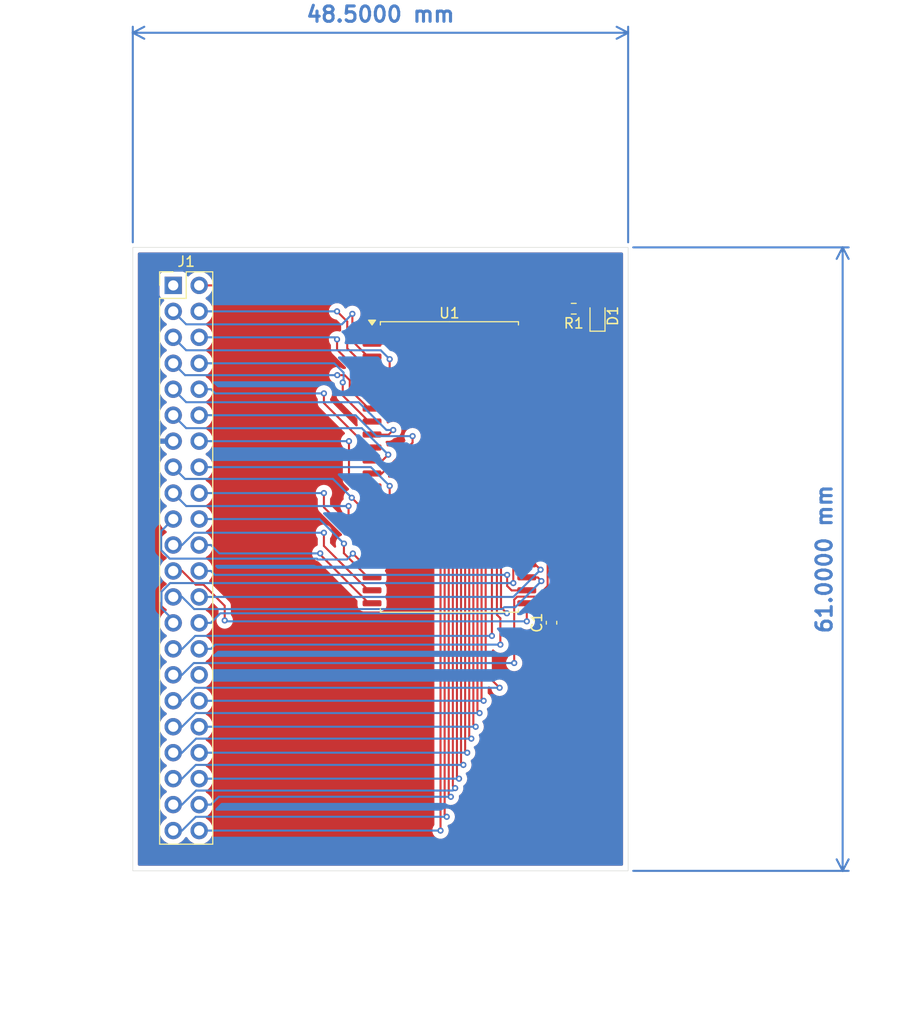
<source format=kicad_pcb>
(kicad_pcb (version 20240108) (generator "pcbnew") (generator_version "8.0")
  (layers (0 "F.Cu" signal) (31 "B.Cu" signal) (34 "B.Paste" user) (35 "F.Paste" user) (36 "B.SilkS" user "B.Silkscreen") (37 "F.SilkS" user "F.Silkscreen") (38 "B.Mask" user) (39 "F.Mask" user) (44 "Edge.Cuts" user))
  (net 0 "")
  (net 1 "GND")
  (net 2 "Net-(J1-Pin_23)")
  (net 3 "Net-(J1-Pin_30)")
  (net 4 "Net-(J1-Pin_44)")
  (net 5 "Net-(J1-Pin_26)")
  (net 6 "Net-(J1-Pin_15)")
  (net 7 "Net-(J1-Pin_42)")
  (net 8 "Net-(J1-Pin_35)")
  (net 9 "Net-(J1-Pin_22)")
  (net 10 "Net-(J1-Pin_37)")
  (net 11 "Net-(J1-Pin_25)")
  (net 12 "Net-(J1-Pin_39)")
  (net 13 "Net-(J1-Pin_40)")
  (net 14 "Net-(J1-Pin_33)")
  (net 15 "Net-(J1-Pin_7)")
  (net 16 "Net-(J1-Pin_16)")
  (net 17 "Net-(J1-Pin_38)")
  (net 19 "Net-(J1-Pin_21)")
  (net 20 "Net-(J1-Pin_8)")
  (net 21 "Net-(J1-Pin_14)")
  (net 22 "Net-(J1-Pin_19)")
  (net 23 "Net-(J1-Pin_17)")
  (net 24 "Net-(J1-Pin_2)")
  (net 25 "Net-(J1-Pin_43)")
  (net 26 "Net-(J1-Pin_5)")
  (net 27 "Net-(J1-Pin_20)")
  (net 28 "Net-(J1-Pin_18)")
  (net 29 "Net-(J1-Pin_11)")
  (net 30 "Net-(J1-Pin_3)")
  (net 31 "Net-(J1-Pin_34)")
  (net 32 "Net-(J1-Pin_36)")
  (net 33 "Net-(J1-Pin_4)")
  (net 34 "Net-(J1-Pin_27)")
  (net 35 "Net-(J1-Pin_31)")
  (net 36 "Net-(J1-Pin_12)")
  (net 37 "Net-(J1-Pin_41)")
  (net 38 "Net-(J1-Pin_10)")
  (net 39 "Net-(J1-Pin_24)")
  (net 40 "Net-(J1-Pin_29)")
  (net 41 "Net-(J1-Pin_6)")
  (net 42 "Net-(J1-Pin_28)")
  (net 43 "Net-(J1-Pin_9)")
  (net 44 "Net-(D1-A)")
  (footprint "Connector_PinHeader_2.54mm:PinHeader_2x22_P2.54mm_Vertical" (layer "F.Cu") (at 3.96 -0.78)
    (property "Reference" "J1" (at 1.27 -2.33 0) (layer "F.SilkS"))
    (property "Value" "Conn_02x22_Top_Bottom")
    (fp_line (start -1.33 -1.33) (end 0 -1.33) (stroke (width 0.12)) (layer "F.SilkS"))
    (fp_line (start -1.33 0) (end -1.33 -1.33) (stroke (width 0.12)) (layer "F.SilkS"))
    (fp_line (start -1.33 1.27) (end -1.33 54.67) (stroke (width 0.12)) (layer "F.SilkS"))
    (fp_line (start -1.33 1.27) (end 1.27 1.27) (stroke (width 0.12)) (layer "F.SilkS"))
    (fp_line (start -1.33 54.67) (end 3.87 54.67) (stroke (width 0.12)) (layer "F.SilkS"))
    (fp_line (start 1.27 -1.33) (end 3.87 -1.33) (stroke (width 0.12)) (layer "F.SilkS"))
    (fp_line (start 1.27 1.27) (end 1.27 -1.33) (stroke (width 0.12)) (layer "F.SilkS"))
    (fp_line (start 3.87 -1.33) (end 3.87 54.67) (stroke (width 0.12)) (layer "F.SilkS"))
    (pad "1" thru_hole rect (at 0 0) (size 1.7 1.7) (drill 1) (layers "*.Cu" "*.Mask"))
    (pad "2" thru_hole oval (at 2.54 0) (size 1.7 1.7) (drill 1) (layers "*.Cu" "*.Mask") (net 24 "Net-(J1-Pin_2)"))
    (pad "3" thru_hole oval (at 0 2.54) (size 1.7 1.7) (drill 1) (layers "*.Cu" "*.Mask") (net 30 "Net-(J1-Pin_3)"))
    (pad "4" thru_hole oval (at 2.54 2.54) (size 1.7 1.7) (drill 1) (layers "*.Cu" "*.Mask") (net 33 "Net-(J1-Pin_4)"))
    (pad "5" thru_hole oval (at 0 5.08) (size 1.7 1.7) (drill 1) (layers "*.Cu" "*.Mask") (net 26 "Net-(J1-Pin_5)"))
    (pad "6" thru_hole oval (at 2.54 5.08) (size 1.7 1.7) (drill 1) (layers "*.Cu" "*.Mask") (net 41 "Net-(J1-Pin_6)"))
    (pad "7" thru_hole oval (at 0 7.62) (size 1.7 1.7) (drill 1) (layers "*.Cu" "*.Mask") (net 15 "Net-(J1-Pin_7)"))
    (pad "8" thru_hole oval (at 2.54 7.62) (size 1.7 1.7) (drill 1) (layers "*.Cu" "*.Mask") (net 20 "Net-(J1-Pin_8)"))
    (pad "9" thru_hole oval (at 0 10.16) (size 1.7 1.7) (drill 1) (layers "*.Cu" "*.Mask") (net 43 "Net-(J1-Pin_9)"))
    (pad "10" thru_hole oval (at 2.54 10.16) (size 1.7 1.7) (drill 1) (layers "*.Cu" "*.Mask") (net 38 "Net-(J1-Pin_10)"))
    (pad "11" thru_hole oval (at 0 12.7) (size 1.7 1.7) (drill 1) (layers "*.Cu" "*.Mask") (net 29 "Net-(J1-Pin_11)"))
    (pad "12" thru_hole oval (at 2.54 12.7) (size 1.7 1.7) (drill 1) (layers "*.Cu" "*.Mask") (net 36 "Net-(J1-Pin_12)"))
    (pad "13" thru_hole oval (at 0 15.24) (size 1.7 1.7) (drill 1) (layers "*.Cu" "*.Mask") (net 1 "GND"))
    (pad "14" thru_hole oval (at 2.54 15.24) (size 1.7 1.7) (drill 1) (layers "*.Cu" "*.Mask") (net 21 "Net-(J1-Pin_14)"))
    (pad "15" thru_hole oval (at 0 17.78) (size 1.7 1.7) (drill 1) (layers "*.Cu" "*.Mask") (net 6 "Net-(J1-Pin_15)"))
    (pad "16" thru_hole oval (at 2.54 17.78) (size 1.7 1.7) (drill 1) (layers "*.Cu" "*.Mask") (net 16 "Net-(J1-Pin_16)"))
    (pad "17" thru_hole oval (at 0 20.32) (size 1.7 1.7) (drill 1) (layers "*.Cu" "*.Mask") (net 23 "Net-(J1-Pin_17)"))
    (pad "18" thru_hole oval (at 2.54 20.32) (size 1.7 1.7) (drill 1) (layers "*.Cu" "*.Mask") (net 28 "Net-(J1-Pin_18)"))
    (pad "19" thru_hole oval (at 0 22.86) (size 1.7 1.7) (drill 1) (layers "*.Cu" "*.Mask") (net 22 "Net-(J1-Pin_19)"))
    (pad "20" thru_hole oval (at 2.54 22.86) (size 1.7 1.7) (drill 1) (layers "*.Cu" "*.Mask") (net 27 "Net-(J1-Pin_20)"))
    (pad "21" thru_hole oval (at 0 25.4) (size 1.7 1.7) (drill 1) (layers "*.Cu" "*.Mask") (net 19 "Net-(J1-Pin_21)"))
    (pad "22" thru_hole oval (at 2.54 25.4) (size 1.7 1.7) (drill 1) (layers "*.Cu" "*.Mask") (net 9 "Net-(J1-Pin_22)"))
    (pad "23" thru_hole oval (at 0 27.94) (size 1.7 1.7) (drill 1) (layers "*.Cu" "*.Mask") (net 2 "Net-(J1-Pin_23)"))
    (pad "24" thru_hole oval (at 2.54 27.94) (size 1.7 1.7) (drill 1) (layers "*.Cu" "*.Mask") (net 39 "Net-(J1-Pin_24)"))
    (pad "25" thru_hole oval (at 0 30.48) (size 1.7 1.7) (drill 1) (layers "*.Cu" "*.Mask") (net 11 "Net-(J1-Pin_25)"))
    (pad "26" thru_hole oval (at 2.54 30.48) (size 1.7 1.7) (drill 1) (layers "*.Cu" "*.Mask") (net 5 "Net-(J1-Pin_26)"))
    (pad "27" thru_hole oval (at 0 33.02) (size 1.7 1.7) (drill 1) (layers "*.Cu" "*.Mask") (net 34 "Net-(J1-Pin_27)"))
    (pad "28" thru_hole oval (at 2.54 33.02) (size 1.7 1.7) (drill 1) (layers "*.Cu" "*.Mask") (net 42 "Net-(J1-Pin_28)"))
    (pad "29" thru_hole oval (at 0 35.56) (size 1.7 1.7) (drill 1) (layers "*.Cu" "*.Mask") (net 40 "Net-(J1-Pin_29)"))
    (pad "30" thru_hole oval (at 2.54 35.56) (size 1.7 1.7) (drill 1) (layers "*.Cu" "*.Mask") (net 3 "Net-(J1-Pin_30)"))
    (pad "31" thru_hole oval (at 0 38.1) (size 1.7 1.7) (drill 1) (layers "*.Cu" "*.Mask") (net 35 "Net-(J1-Pin_31)"))
    (pad "32" thru_hole oval (at 2.54 38.1) (size 1.7 1.7) (drill 1) (layers "*.Cu" "*.Mask"))
    (pad "33" thru_hole oval (at 0 40.64) (size 1.7 1.7) (drill 1) (layers "*.Cu" "*.Mask") (net 14 "Net-(J1-Pin_33)"))
    (pad "34" thru_hole oval (at 2.54 40.64) (size 1.7 1.7) (drill 1) (layers "*.Cu" "*.Mask") (net 31 "Net-(J1-Pin_34)"))
    (pad "35" thru_hole oval (at 0 43.18) (size 1.7 1.7) (drill 1) (layers "*.Cu" "*.Mask") (net 8 "Net-(J1-Pin_35)"))
    (pad "36" thru_hole oval (at 2.54 43.18) (size 1.7 1.7) (drill 1) (layers "*.Cu" "*.Mask") (net 32 "Net-(J1-Pin_36)"))
    (pad "37" thru_hole oval (at 0 45.72) (size 1.7 1.7) (drill 1) (layers "*.Cu" "*.Mask") (net 10 "Net-(J1-Pin_37)"))
    (pad "38" thru_hole oval (at 2.54 45.72) (size 1.7 1.7) (drill 1) (layers "*.Cu" "*.Mask") (net 17 "Net-(J1-Pin_38)"))
    (pad "39" thru_hole oval (at 0 48.26) (size 1.7 1.7) (drill 1) (layers "*.Cu" "*.Mask") (net 12 "Net-(J1-Pin_39)"))
    (pad "40" thru_hole oval (at 2.54 48.26) (size 1.7 1.7) (drill 1) (layers "*.Cu" "*.Mask") (net 13 "Net-(J1-Pin_40)"))
    (pad "41" thru_hole oval (at 0 50.8) (size 1.7 1.7) (drill 1) (layers "*.Cu" "*.Mask") (net 37 "Net-(J1-Pin_41)"))
    (pad "42" thru_hole oval (at 2.54 50.8) (size 1.7 1.7) (drill 1) (layers "*.Cu" "*.Mask") (net 7 "Net-(J1-Pin_42)"))
    (pad "43" thru_hole oval (at 0 53.34) (size 1.7 1.7) (drill 1) (layers "*.Cu" "*.Mask") (net 25 "Net-(J1-Pin_43)"))
    (pad "44" thru_hole oval (at 2.54 53.34) (size 1.7 1.7) (drill 1) (layers "*.Cu" "*.Mask") (net 4 "Net-(J1-Pin_44)"))
  )
  (footprint "LED_SMD:LED_0603_1608Metric" (layer "F.Cu") (at 45.5 2.2125 90)
    (property "Reference" "D1" (at 0 1.5 90) (layer "F.SilkS"))
    (property "Value" "LED")
    (fp_line (start 0.8 -0.735) (end -1.485 -0.735) (stroke (width 0.12)) (layer "F.SilkS"))
    (fp_line (start -1.485 -0.735) (end -1.485 0.735) (stroke (width 0.12)) (layer "F.SilkS"))
    (fp_line (start -1.485 0.735) (end 0.8 0.735) (stroke (width 0.12)) (layer "F.SilkS"))
    (pad "1" smd roundrect (at -0.7875 0 90) (size 0.875 0.95) (layers "F.Cu" "F.Paste" "F.Mask") (net 1 "GND"))
    (pad "2" smd roundrect (at 0.7875 0 90) (size 0.875 0.95) (layers "F.Cu" "F.Paste" "F.Mask") (net 44 "Net-(D1-A)"))
  )
  (footprint "Capacitor_SMD:C_0603_1608Metric" (layer "F.Cu") (at 41 32.225 90)
    (property "Reference" "C1" (at 0 -1.43 90) (layer "F.SilkS"))
    (property "Value" "1u")
    (fp_line (start -0.14058 -0.51) (end 0.14058 -0.51) (stroke (width 0.12)) (layer "F.SilkS"))
    (fp_line (start -0.14058 0.51) (end 0.14058 0.51) (stroke (width 0.12)) (layer "F.SilkS"))
    (pad "1" smd roundrect (at -0.775 0 90) (size 0.9 0.95) (layers "F.Cu" "F.Paste" "F.Mask") (net 1 "GND"))
    (pad "2" smd roundrect (at 0.775 0 90) (size 0.9 0.95) (layers "F.Cu" "F.Paste" "F.Mask") (net 2 "Net-(J1-Pin_23)"))
  )
  (footprint "Resistor_SMD:R_0603_1608Metric" (layer "F.Cu") (at 43.175 1.5 180)
    (property "Reference" "R1" (at 0 -1.43 0) (layer "F.SilkS"))
    (property "Value" "10k")
    (fp_line (start -0.237258 0.5225) (end 0.237258 0.5225) (stroke (width 0.12)) (layer "F.SilkS"))
    (fp_line (start -0.237258 -0.5225) (end 0.237258 -0.5225) (stroke (width 0.12)) (layer "F.SilkS"))
    (pad "1" smd roundrect (at -0.825 0 180) (size 0.8 0.95) (layers "F.Cu" "F.Paste" "F.Mask") (net 44 "Net-(D1-A)"))
    (pad "2" smd roundrect (at 0.825 0 180) (size 0.8 0.95) (layers "F.Cu" "F.Paste" "F.Mask") (net 2 "Net-(J1-Pin_23)"))
  )
  (footprint "Package_SO:SOP-44_13.3x28.2mm_P1.27mm" (layer "F.Cu") (at 31 16.985)
    (property "Reference" "U1" (at 0 -15.05 0) (layer "F.SilkS"))
    (property "Value" "AM29F400Bx-xxSx")
    (fp_line (start -6.76 -14.21) (end -6.76 -13.895) (stroke (width 0.12)) (layer "F.SilkS"))
    (fp_line (start -6.76 14.21) (end -6.76 13.895) (stroke (width 0.12)) (layer "F.SilkS"))
    (fp_line (start 0 -14.21) (end -6.76 -14.21) (stroke (width 0.12)) (layer "F.SilkS"))
    (fp_line (start 0 -14.21) (end 6.76 -14.21) (stroke (width 0.12)) (layer "F.SilkS"))
    (fp_line (start 0 14.21) (end -6.76 14.21) (stroke (width 0.12)) (layer "F.SilkS"))
    (fp_line (start 0 14.21) (end 6.76 14.21) (stroke (width 0.12)) (layer "F.SilkS"))
    (fp_line (start 6.76 -14.21) (end 6.76 -13.895) (stroke (width 0.12)) (layer "F.SilkS"))
    (fp_line (start 6.76 14.21) (end 6.76 13.895) (stroke (width 0.12)) (layer "F.SilkS"))
    (fp_poly (pts (xy -7.575 -13.895) (xy -7.915 -14.365) (xy -7.235 -14.365) (xy -7.575 -13.895)) (stroke (width 0.12)) (fill solid) (layer "F.SilkS"))
    (pad "1" smd roundrect (at -7.575 -13.335) (size 1.85 0.6) (layers "F.Cu" "F.Paste" "F.Mask"))
    (pad "2" smd roundrect (at -7.575 -12.065) (size 1.85 0.6) (layers "F.Cu" "F.Paste" "F.Mask") (net 24 "Net-(J1-Pin_2)"))
    (pad "3" smd roundrect (at -7.575 -10.795) (size 1.85 0.6) (layers "F.Cu" "F.Paste" "F.Mask") (net 30 "Net-(J1-Pin_3)"))
    (pad "4" smd roundrect (at -7.575 -9.525) (size 1.85 0.6) (layers "F.Cu" "F.Paste" "F.Mask") (net 33 "Net-(J1-Pin_4)"))
    (pad "5" smd roundrect (at -7.575 -8.255) (size 1.85 0.6) (layers "F.Cu" "F.Paste" "F.Mask") (net 26 "Net-(J1-Pin_5)"))
    (pad "6" smd roundrect (at -7.575 -6.985) (size 1.85 0.6) (layers "F.Cu" "F.Paste" "F.Mask") (net 41 "Net-(J1-Pin_6)"))
    (pad "7" smd roundrect (at -7.575 -5.715) (size 1.85 0.6) (layers "F.Cu" "F.Paste" "F.Mask") (net 15 "Net-(J1-Pin_7)"))
    (pad "8" smd roundrect (at -7.575 -4.445) (size 1.85 0.6) (layers "F.Cu" "F.Paste" "F.Mask") (net 20 "Net-(J1-Pin_8)"))
    (pad "9" smd roundrect (at -7.575 -3.175) (size 1.85 0.6) (layers "F.Cu" "F.Paste" "F.Mask") (net 43 "Net-(J1-Pin_9)"))
    (pad "10" smd roundrect (at -7.575 -1.905) (size 1.85 0.6) (layers "F.Cu" "F.Paste" "F.Mask") (net 38 "Net-(J1-Pin_10)"))
    (pad "11" smd roundrect (at -7.575 -0.635) (size 1.85 0.6) (layers "F.Cu" "F.Paste" "F.Mask") (net 29 "Net-(J1-Pin_11)"))
    (pad "12" smd roundrect (at -7.575 0.635) (size 1.85 0.6) (layers "F.Cu" "F.Paste" "F.Mask") (net 36 "Net-(J1-Pin_12)"))
    (pad "13" smd roundrect (at -7.575 1.905) (size 1.85 0.6) (layers "F.Cu" "F.Paste" "F.Mask") (net 1 "GND"))
    (pad "14" smd roundrect (at -7.575 3.175) (size 1.85 0.6) (layers "F.Cu" "F.Paste" "F.Mask") (net 21 "Net-(J1-Pin_14)"))
    (pad "15" smd roundrect (at -7.575 4.445) (size 1.85 0.6) (layers "F.Cu" "F.Paste" "F.Mask") (net 6 "Net-(J1-Pin_15)"))
    (pad "16" smd roundrect (at -7.575 5.715) (size 1.85 0.6) (layers "F.Cu" "F.Paste" "F.Mask") (net 16 "Net-(J1-Pin_16)"))
    (pad "17" smd roundrect (at -7.575 6.985) (size 1.85 0.6) (layers "F.Cu" "F.Paste" "F.Mask") (net 23 "Net-(J1-Pin_17)"))
    (pad "18" smd roundrect (at -7.575 8.255) (size 1.85 0.6) (layers "F.Cu" "F.Paste" "F.Mask") (net 28 "Net-(J1-Pin_18)"))
    (pad "19" smd roundrect (at -7.575 9.525) (size 1.85 0.6) (layers "F.Cu" "F.Paste" "F.Mask") (net 22 "Net-(J1-Pin_19)"))
    (pad "20" smd roundrect (at -7.575 10.795) (size 1.85 0.6) (layers "F.Cu" "F.Paste" "F.Mask") (net 27 "Net-(J1-Pin_20)"))
    (pad "21" smd roundrect (at -7.575 12.065) (size 1.85 0.6) (layers "F.Cu" "F.Paste" "F.Mask") (net 19 "Net-(J1-Pin_21)"))
    (pad "22" smd roundrect (at -7.575 13.335) (size 1.85 0.6) (layers "F.Cu" "F.Paste" "F.Mask") (net 9 "Net-(J1-Pin_22)"))
    (pad "23" smd roundrect (at 7.575 13.335) (size 1.85 0.6) (layers "F.Cu" "F.Paste" "F.Mask") (net 2 "Net-(J1-Pin_23)"))
    (pad "24" smd roundrect (at 7.575 12.065) (size 1.85 0.6) (layers "F.Cu" "F.Paste" "F.Mask") (net 39 "Net-(J1-Pin_24)"))
    (pad "25" smd roundrect (at 7.575 10.795) (size 1.85 0.6) (layers "F.Cu" "F.Paste" "F.Mask") (net 11 "Net-(J1-Pin_25)"))
    (pad "26" smd roundrect (at 7.575 9.525) (size 1.85 0.6) (layers "F.Cu" "F.Paste" "F.Mask") (net 5 "Net-(J1-Pin_26)"))
    (pad "27" smd roundrect (at 7.575 8.255) (size 1.85 0.6) (layers "F.Cu" "F.Paste" "F.Mask") (net 34 "Net-(J1-Pin_27)"))
    (pad "28" smd roundrect (at 7.575 6.985) (size 1.85 0.6) (layers "F.Cu" "F.Paste" "F.Mask") (net 42 "Net-(J1-Pin_28)"))
    (pad "29" smd roundrect (at 7.575 5.715) (size 1.85 0.6) (layers "F.Cu" "F.Paste" "F.Mask") (net 40 "Net-(J1-Pin_29)"))
    (pad "30" smd roundrect (at 7.575 4.445) (size 1.85 0.6) (layers "F.Cu" "F.Paste" "F.Mask") (net 3 "Net-(J1-Pin_30)"))
    (pad "31" smd roundrect (at 7.575 3.175) (size 1.85 0.6) (layers "F.Cu" "F.Paste" "F.Mask") (net 35 "Net-(J1-Pin_31)"))
    (pad "32" smd roundrect (at 7.575 1.905) (size 1.85 0.6) (layers "F.Cu" "F.Paste" "F.Mask") (net 1 "GND"))
    (pad "33" smd roundrect (at 7.575 0.635) (size 1.85 0.6) (layers "F.Cu" "F.Paste" "F.Mask") (net 14 "Net-(J1-Pin_33)"))
    (pad "34" smd roundrect (at 7.575 -0.635) (size 1.85 0.6) (layers "F.Cu" "F.Paste" "F.Mask") (net 31 "Net-(J1-Pin_34)"))
    (pad "35" smd roundrect (at 7.575 -1.905) (size 1.85 0.6) (layers "F.Cu" "F.Paste" "F.Mask") (net 8 "Net-(J1-Pin_35)"))
    (pad "36" smd roundrect (at 7.575 -3.175) (size 1.85 0.6) (layers "F.Cu" "F.Paste" "F.Mask") (net 32 "Net-(J1-Pin_36)"))
    (pad "37" smd roundrect (at 7.575 -4.445) (size 1.85 0.6) (layers "F.Cu" "F.Paste" "F.Mask") (net 10 "Net-(J1-Pin_37)"))
    (pad "38" smd roundrect (at 7.575 -5.715) (size 1.85 0.6) (layers "F.Cu" "F.Paste" "F.Mask") (net 17 "Net-(J1-Pin_38)"))
    (pad "39" smd roundrect (at 7.575 -6.985) (size 1.85 0.6) (layers "F.Cu" "F.Paste" "F.Mask") (net 12 "Net-(J1-Pin_39)"))
    (pad "40" smd roundrect (at 7.575 -8.255) (size 1.85 0.6) (layers "F.Cu" "F.Paste" "F.Mask") (net 13 "Net-(J1-Pin_40)"))
    (pad "41" smd roundrect (at 7.575 -9.525) (size 1.85 0.6) (layers "F.Cu" "F.Paste" "F.Mask") (net 37 "Net-(J1-Pin_41)"))
    (pad "42" smd roundrect (at 7.575 -10.795) (size 1.85 0.6) (layers "F.Cu" "F.Paste" "F.Mask") (net 7 "Net-(J1-Pin_42)"))
    (pad "43" smd roundrect (at 7.575 -12.065) (size 1.85 0.6) (layers "F.Cu" "F.Paste" "F.Mask") (net 25 "Net-(J1-Pin_43)"))
    (pad "44" smd roundrect (at 7.575 -13.335) (size 1.85 0.6) (layers "F.Cu" "F.Paste" "F.Mask") (net 4 "Net-(J1-Pin_44)"))
  )
  (gr_rect (start 0 -4.5) (end 48.5 56.5) (stroke (width 0.05)) (fill none) (layer "Edge.Cuts"))
  (dimension (type aligned) (layer "B.Cu") (pts (xy 48.5 -4.5) (xy 48.5 56.5)) (height -21) (gr_text "61.0000 mm" (at 67.7 26 90) (layer "B.Cu") (effects (font (size 1.5 1.5) (thickness 0.3)))) (format (prefix "") (suffix "") (units 3) (units_format 1) (precision 4)) (style (thickness 0.2) (arrow_length 1.27) (text_position_mode 0) (extension_height 0.58642) (extension_offset 0.5) keep_text_aligned))
  (dimension (type aligned) (layer "B.Cu") (pts (xy 0 -4.5) (xy 48.5 -4.5)) (height -21) (gr_text "48.5000 mm" (at 24.25 -27.3 0) (layer "B.Cu") (effects (font (size 1.5 1.5) (thickness 0.3)))) (format (prefix "") (suffix "") (units 3) (units_format 1) (precision 4)) (style (thickness 0.2) (arrow_length 1.27) (text_position_mode 0) (extension_height 0.58642) (extension_offset 0.5) keep_text_aligned))
  (segment (start 9 30.5712) (end 6.9288 28.5) (width 0.2) (layer "F.Cu") (net 2))
  (segment (start 43 2.5) (end 42.35 1.85) (width 0.2) (layer "F.Cu") (net 2))
  (segment (start 6.1637 28.5) (end 4.8237 27.16) (width 0.2) (layer "F.Cu") (net 2))
  (segment (start 41 30.725) (end 43.8026 30.725) (width 0.2) (layer "F.Cu") (net 2))
  (segment (start 46.2982 28.2294) (end 46.2982 2.5273) (width 0.2) (layer "F.Cu") (net 2))
  (segment (start 38.575 30.335) (end 38.575 32.088) (width 0.2) (layer "F.Cu") (net 2))
  (segment (start 6.9288 28.5) (end 6.1637 28.5) (width 0.2) (layer "F.Cu") (net 2))
  (segment (start 38.575 30.335) (end 39.7852 30.335) (width 0.2) (layer "F.Cu") (net 2))
  (segment (start 44.785314 2.5) (end 43 2.5) (width 0.2) (layer "F.Cu") (net 2))
  (segment (start 46.2982 2.5273) (end 46.0334 2.2625) (width 0.2) (layer "F.Cu") (net 2))
  (segment (start 42.35 1.85) (end 42.35 1.5) (width 0.2) (layer "F.Cu") (net 2))
  (segment (start 46.0334 2.2625) (end 45.022814 2.2625) (width 0.2) (layer "F.Cu") (net 2))
  (segment (start 39.7852 30.335) (end 40.1752 30.725) (width 0.2) (layer "F.Cu") (net 2))
  (segment (start 4.8237 27.16) (end 3.96 27.16) (width 0.2) (layer "F.Cu") (net 2))
  (segment (start 40.1752 30.725) (end 41 30.725) (width 0.2) (layer "F.Cu") (net 2))
  (segment (start 45.022814 2.2625) (end 44.785314 2.5) (width 0.2) (layer "F.Cu") (net 2))
  (segment (start 9 32) (end 9 30.5712) (width 0.2) (layer "F.Cu") (net 2))
  (segment (start 43.8026 30.725) (end 46.2982 28.2294) (width 0.2) (layer "F.Cu") (net 2))
  (segment (start 41 31.45) (end 41 30.725) (width 0.2) (layer "F.Cu") (net 2))
  (via (at 38.575 32.088) (size 0.6) (drill 0.3) (layers "F.Cu" "B.Cu") (net 2))
  (via (at 9 32) (size 0.6) (drill 0.3) (layers "F.Cu" "B.Cu") (net 2))
  (segment (start 9 32) (end 9.088 32.088) (width 0.2) (layer "B.Cu") (net 2))
  (segment (start 9.088 32.088) (end 38.575 32.088) (width 0.2) (layer "B.Cu") (net 2))
  (segment (start 38.9354 21.445) (end 38.575 21.445) (width 0.2) (layer "F.Cu") (net 3))
  (segment (start 39.553 23.3173) (end 39.8223 23.048) (width 0.2) (layer "F.Cu") (net 3))
  (segment (start 35.651 31.4479) (end 35.651 25.3304) (width 0.2) (layer "F.Cu") (net 3))
  (segment (start 35.9899 34.3664) (end 35.9899 31.7868) (width 0.2) (layer "F.Cu") (net 3))
  (segment (start 37.6641 23.3173) (end 39.553 23.3173) (width 0.2) (layer "F.Cu") (net 3))
  (segment (start 35.9899 31.7868) (end 35.651 31.4479) (width 0.2) (layer "F.Cu") (net 3))
  (segment (start 39.8223 22.3319) (end 38.9354 21.445) (width 0.2) (layer "F.Cu") (net 3))
  (segment (start 35.651 25.3304) (end 37.6641 23.3173) (width 0.2) (layer "F.Cu") (net 3))
  (segment (start 39.8223 23.048) (end 39.8223 22.3319) (width 0.2) (layer "F.Cu") (net 3))
  (via (at 35.9899 34.3664) (size 0.6) (drill 0.3) (layers "F.Cu" "B.Cu") (net 3))
  (segment (start 7.6517 34.78) (end 8.0653 34.3664) (width 0.2) (layer "B.Cu") (net 3))
  (segment (start 6.5 34.78) (end 7.6517 34.78) (width 0.2) (layer "B.Cu") (net 3))
  (segment (start 8.0653 34.3664) (end 35.9899 34.3664) (width 0.2) (layer "B.Cu") (net 3))
  (segment (start 38.2142 3.665) (end 30.1305 11.7487) (width 0.2) (layer "F.Cu") (net 4))
  (segment (start 30.1305 11.7487) (end 30.1305 52.56) (width 0.2) (layer "F.Cu") (net 4))
  (segment (start 38.575 3.665) (end 38.2142 3.665) (width 0.2) (layer "F.Cu") (net 4))
  (via (at 30.1305 52.56) (size 0.6) (drill 0.3) (layers "F.Cu" "B.Cu") (net 4))
  (segment (start 6.5 52.56) (end 30.1305 52.56) (width 0.2) (layer "B.Cu") (net 4))
  (segment (start 38.575 26.525) (end 39.4123 26.525) (width 0.2) (layer "F.Cu") (net 5))
  (segment (start 39.4123 26.525) (end 39.9226 27.0353) (width 0.2) (layer "F.Cu") (net 5))
  (via (at 39.9226 27.0353) (size 0.6) (drill 0.3) (layers "F.Cu" "B.Cu") (net 5))
  (segment (start 37.2579 29.7) (end 39.9226 27.0353) (width 0.2) (layer "B.Cu") (net 5))
  (segment (start 6.5 29.7) (end 37.2579 29.7) (width 0.2) (layer "B.Cu") (net 5))
  (segment (start 23.425 21.445) (end 22.8871 21.445) (width 0.2) (layer "F.Cu") (net 6))
  (segment (start 22.8871 21.445) (end 21.4409 19.9988) (width 0.2) (layer "F.Cu") (net 6))
  (via (at 21.4409 19.9988) (size 0.6) (drill 0.3) (layers "F.Cu" "B.Cu") (net 6))
  (segment (start 19.5953 18.1532) (end 21.4409 19.9988) (width 0.2) (layer "B.Cu") (net 6))
  (segment (start 3.96 17) (end 5.1132 18.1532) (width 0.2) (layer "B.Cu") (net 6))
  (segment (start 5.1132 18.1532) (end 19.5953 18.1532) (width 0.2) (layer "B.Cu") (net 6))
  (segment (start 38.575 6.205) (end 38.2129 6.205) (width 0.2) (layer "F.Cu") (net 7))
  (segment (start 38.2129 6.205) (end 30.9339 13.484) (width 0.2) (layer "F.Cu") (net 7))
  (segment (start 30.9339 13.484) (end 30.9339 49.0475) (width 0.2) (layer "F.Cu") (net 7))
  (segment (start 30.9339 49.0475) (end 31.1382 49.2518) (width 0.2) (layer "F.Cu") (net 7))
  (via (at 31.1382 49.2518) (size 0.6) (drill 0.3) (layers "F.Cu" "B.Cu") (net 7))
  (segment (start 7.6517 50.02) (end 8.4199 49.2518) (width 0.2) (layer "B.Cu") (net 7))
  (segment (start 8.4199 49.2518) (end 31.1382 49.2518) (width 0.2) (layer "B.Cu") (net 7))
  (segment (start 6.5 50.02) (end 7.6517 50.02) (width 0.2) (layer "B.Cu") (net 7))
  (segment (start 38.575 15.095) (end 37.6625 15.095) (width 0.2) (layer "F.Cu") (net 8))
  (segment (start 37.6625 15.095) (end 33.7458 19.0117) (width 0.2) (layer "F.Cu") (net 8))
  (segment (start 33.7458 19.0117) (end 33.7458 40.8597) (width 0.2) (layer "F.Cu") (net 8))
  (segment (start 33.7458 40.8597) (end 33.9489 41.0628) (width 0.2) (layer "F.Cu") (net 8))
  (via (at 33.9489 41.0628) (size 0.6) (drill 0.3) (layers "F.Cu" "B.Cu") (net 8))
  (segment (start 4.8238 42.4) (end 6.161 41.0628) (width 0.2) (layer "B.Cu") (net 8))
  (segment (start 3.96 42.4) (end 4.8238 42.4) (width 0.2) (layer "B.Cu") (net 8))
  (segment (start 6.161 41.0628) (end 33.9489 41.0628) (width 0.2) (layer "B.Cu") (net 8))
  (segment (start 23.1236 30.335) (end 18.3529 25.5643) (width 0.2) (layer "F.Cu") (net 9))
  (segment (start 18.3529 25.5643) (end 18.3529 25.4392) (width 0.2) (layer "F.Cu") (net 9))
  (segment (start 23.425 30.335) (end 23.1236 30.335) (width 0.2) (layer "F.Cu") (net 9))
  (via (at 18.3529 25.4392) (size 0.6) (drill 0.3) (layers "F.Cu" "B.Cu") (net 9))
  (segment (start 18.3529 25.4392) (end 8.4709 25.4392) (width 0.2) (layer "B.Cu") (net 9))
  (segment (start 6.5 24.62) (end 7.6517 24.62) (width 0.2) (layer "B.Cu") (net 9))
  (segment (start 8.4709 25.4392) (end 7.6517 24.62) (width 0.2) (layer "B.Cu") (net 9))
  (segment (start 38.575 12.555) (end 38.2526 12.555) (width 0.2) (layer "F.Cu") (net 10))
  (segment (start 38.2526 12.555) (end 32.9424 17.8652) (width 0.2) (layer "F.Cu") (net 10))
  (segment (start 32.9424 43.3605) (end 33.1455 43.5636) (width 0.2) (layer "F.Cu") (net 10))
  (segment (start 32.9424 17.8652) (end 32.9424 43.3605) (width 0.2) (layer "F.Cu") (net 10))
  (via (at 33.1455 43.5636) (size 0.6) (drill 0.3) (layers "F.Cu" "B.Cu") (net 10))
  (segment (start 3.96 44.94) (end 4.8238 44.94) (width 0.2) (layer "B.Cu") (net 10))
  (segment (start 6.2002 43.5636) (end 33.1455 43.5636) (width 0.2) (layer "B.Cu") (net 10))
  (segment (start 4.8238 44.94) (end 6.2002 43.5636) (width 0.2) (layer "B.Cu") (net 10))
  (segment (start 40.0023 28.1482) (end 39.6491 27.795) (width 0.2) (layer "F.Cu") (net 11))
  (segment (start 39.6491 27.795) (end 38.575 27.795) (width 0.2) (layer "F.Cu") (net 11))
  (via (at 40.0023 28.1482) (size 0.6) (drill 0.3) (layers "F.Cu" "B.Cu") (net 11))
  (segment (start 36.187 30.8879) (end 36.3755 30.6994) (width 0.2) (layer "B.Cu") (net 11))
  (segment (start 6.0117 30.8879) (end 36.187 30.8879) (width 0.2) (layer "B.Cu") (net 11))
  (segment (start 36.3755 30.6994) (end 37.4511 30.6994) (width 0.2) (layer "B.Cu") (net 11))
  (segment (start 4.8238 29.7) (end 6.0117 30.8879) (width 0.2) (layer "B.Cu") (net 11))
  (segment (start 37.4511 30.6994) (end 40.0023 28.1482) (width 0.2) (layer "B.Cu") (net 11))
  (segment (start 3.96 29.7) (end 4.8238 29.7) (width 0.2) (layer "B.Cu") (net 11))
  (segment (start 32.139 45.9069) (end 32.3663 46.1342) (width 0.2) (layer "F.Cu") (net 12))
  (segment (start 38.575 10.015) (end 38.2555 10.015) (width 0.2) (layer "F.Cu") (net 12))
  (segment (start 38.2555 10.015) (end 32.139 16.1315) (width 0.2) (layer "F.Cu") (net 12))
  (segment (start 32.139 16.1315) (end 32.139 45.9069) (width 0.2) (layer "F.Cu") (net 12))
  (via (at 32.3663 46.1342) (size 0.6) (drill 0.3) (layers "F.Cu" "B.Cu") (net 12))
  (segment (start 6.1696 46.1342) (end 32.3663 46.1342) (width 0.2) (layer "B.Cu") (net 12))
  (segment (start 4.8238 47.48) (end 6.1696 46.1342) (width 0.2) (layer "B.Cu") (net 12))
  (segment (start 3.96 47.48) (end 4.8238 47.48) (width 0.2) (layer "B.Cu") (net 12))
  (segment (start 31.7373 47.2769) (end 31.9404 47.48) (width 0.2) (layer "F.Cu") (net 13))
  (segment (start 38.2556 8.745) (end 31.7373 15.2633) (width 0.2) (layer "F.Cu") (net 13))
  (segment (start 38.575 8.745) (end 38.2556 8.745) (width 0.2) (layer "F.Cu") (net 13))
  (segment (start 31.7373 15.2633) (end 31.7373 47.2769) (width 0.2) (layer "F.Cu") (net 13))
  (via (at 31.9404 47.48) (size 0.6) (drill 0.3) (layers "F.Cu" "B.Cu") (net 13))
  (segment (start 6.5 47.48) (end 31.9404 47.48) (width 0.2) (layer "B.Cu") (net 13))
  (segment (start 38.575 17.635) (end 38.2452 17.635) (width 0.2) (layer "F.Cu") (net 14))
  (segment (start 34.5492 37.2262) (end 35.913 38.59) (width 0.2) (layer "F.Cu") (net 14))
  (segment (start 34.5492 21.331) (end 34.5492 37.2262) (width 0.2) (layer "F.Cu") (net 14))
  (segment (start 38.2452 17.635) (end 34.5492 21.331) (width 0.2) (layer "F.Cu") (net 14))
  (via (at 35.913 38.59) (size 0.6) (drill 0.3) (layers "F.Cu" "B.Cu") (net 14))
  (segment (start 3.96 39.86) (end 4.8238 39.86) (width 0.2) (layer "B.Cu") (net 14))
  (segment (start 4.8238 39.86) (end 6.0938 38.59) (width 0.2) (layer "B.Cu") (net 14))
  (segment (start 6.0938 38.59) (end 35.913 38.59) (width 0.2) (layer "B.Cu") (net 14))
  (segment (start 21.242 8.4994) (end 21.242 9.4119) (width 0.2) (layer "F.Cu") (net 15))
  (segment (start 21.242 9.4119) (end 23.1151 11.285) (width 0.2) (layer "F.Cu") (net 15))
  (segment (start 23.1151 11.285) (end 23.425 11.285) (width 0.2) (layer "F.Cu") (net 15))
  (segment (start 20.7439 8.0013) (end 21.242 8.4994) (width 0.2) (layer "F.Cu") (net 15))
  (segment (start 20.0218 8.0013) (end 20.7439 8.0013) (width 0.2) (layer "F.Cu") (net 15))
  (via (at 20.0218 8.0013) (size 0.6) (drill 0.3) (layers "F.Cu" "B.Cu") (net 15))
  (segment (start 3.96 6.84) (end 5.1213 8.0013) (width 0.2) (layer "B.Cu") (net 15))
  (segment (start 5.1213 8.0013) (end 20.0218 8.0013) (width 0.2) (layer "B.Cu") (net 15))
  (segment (start 25.1492 21.3529) (end 25.1492 18.8392) (width 0.2) (layer "F.Cu") (net 16))
  (segment (start 23.425 22.715) (end 23.7871 22.715) (width 0.2) (layer "F.Cu") (net 16))
  (segment (start 23.7871 22.715) (end 25.1492 21.3529) (width 0.2) (layer "F.Cu") (net 16))
  (via (at 25.1492 18.8392) (size 0.6) (drill 0.3) (layers "F.Cu" "B.Cu") (net 16))
  (segment (start 23.31 17) (end 6.5 17) (width 0.2) (layer "B.Cu") (net 16))
  (segment (start 25.1492 18.8392) (end 23.31 17) (width 0.2) (layer "B.Cu") (net 16))
  (segment (start 32.5407 44.7369) (end 32.7438 44.94) (width 0.2) (layer "F.Cu") (net 17))
  (segment (start 38.575 11.285) (end 38.2527 11.285) (width 0.2) (layer "F.Cu") (net 17))
  (segment (start 38.2527 11.285) (end 32.5407 16.997) (width 0.2) (layer "F.Cu") (net 17))
  (segment (start 32.5407 16.997) (end 32.5407 44.7369) (width 0.2) (layer "F.Cu") (net 17))
  (via (at 32.7438 44.94) (size 0.6) (drill 0.3) (layers "F.Cu" "B.Cu") (net 17))
  (segment (start 6.5 44.94) (end 32.7438 44.94) (width 0.2) (layer "B.Cu") (net 17))
  (segment (start 23.0697 29.065) (end 18.7123 24.7076) (width 0.2) (layer "F.Cu") (net 19))
  (segment (start 18.7123 24.7076) (end 18.7123 23.4207) (width 0.2) (layer "F.Cu") (net 19))
  (segment (start 23.425 29.065) (end 23.0697 29.065) (width 0.2) (layer "F.Cu") (net 19))
  (via (at 18.7123 23.4207) (size 0.6) (drill 0.3) (layers "F.Cu" "B.Cu") (net 19))
  (segment (start 6.0231 23.4207) (end 18.7123 23.4207) (width 0.2) (layer "B.Cu") (net 19))
  (segment (start 3.96 24.62) (end 4.8238 24.62) (width 0.2) (layer "B.Cu") (net 19))
  (segment (start 4.8238 24.62) (end 6.0231 23.4207) (width 0.2) (layer "B.Cu") (net 19))
  (segment (start 20.5563 9.9928) (end 23.1185 12.555) (width 0.2) (layer "F.Cu") (net 20))
  (segment (start 20.5563 8.7138) (end 20.5563 9.9928) (width 0.2) (layer "F.Cu") (net 20))
  (segment (start 23.1185 12.555) (end 23.425 12.555) (width 0.2) (layer "F.Cu") (net 20))
  (via (at 20.5563 8.7138) (size 0.6) (drill 0.3) (layers "F.Cu" "B.Cu") (net 20))
  (segment (start 7.6517 6.84) (end 19.7249 6.84) (width 0.2) (layer "B.Cu") (net 20))
  (segment (start 19.7249 6.84) (end 20.6402 7.7553) (width 0.2) (layer "B.Cu") (net 20))
  (segment (start 20.6402 7.7553) (end 20.6402 8.6299) (width 0.2) (layer "B.Cu") (net 20))
  (segment (start 20.6402 8.6299) (end 20.5563 8.7138) (width 0.2) (layer "B.Cu") (net 20))
  (segment (start 6.5 6.84) (end 7.6517 6.84) (width 0.2) (layer "B.Cu") (net 20))
  (segment (start 21.1664 18.2499) (end 21.1664 14.46) (width 0.2) (layer "F.Cu") (net 21))
  (segment (start 23.0915 20.175) (end 21.1664 18.2499) (width 0.2) (layer "F.Cu") (net 21))
  (segment (start 23.425 20.175) (end 23.0915 20.175) (width 0.2) (layer "F.Cu") (net 21))
  (via (at 21.1664 14.46) (size 0.6) (drill 0.3) (layers "F.Cu" "B.Cu") (net 21))
  (segment (start 6.5 14.46) (end 7.6517 14.46) (width 0.2) (layer "B.Cu") (net 21))
  (segment (start 7.6517 14.46) (end 21.1664 14.46) (width 0.2) (layer "B.Cu") (net 21))
  (segment (start 22.61933 26.525) (end 23.425 26.525) (width 0.2) (layer "F.Cu") (net 22))
  (segment (start 21.547165 25.452835) (end 22.61933 26.525) (width 0.2) (layer "F.Cu") (net 22))
  (via (at 21.547165 25.452835) (size 0.6) (drill 0.3) (layers "F.Cu" "B.Cu") (net 22))
  (segment (start 21.547165 25.452835) (end 20.9591 26.0409) (width 0.2) (layer "B.Cu") (net 22))
  (segment (start 3.6101 25.9533) (end 2.7792 25.1224) (width 0.2) (layer "B.Cu") (net 22))
  (segment (start 20.9591 26.0409) (end 18.1038 26.0409) (width 0.2) (layer "B.Cu") (net 22))
  (segment (start 2.7792 25.1224) (end 2.7792 23.2608) (width 0.2) (layer "B.Cu") (net 22))
  (segment (start 18.1038 26.0409) (end 18.0162 25.9533) (width 0.2) (layer "B.Cu") (net 22))
  (segment (start 2.7792 23.2608) (end 3.96 22.08) (width 0.2) (layer "B.Cu") (net 22))
  (segment (start 18.0162 25.9533) (end 3.6101 25.9533) (width 0.2) (layer "B.Cu") (net 22))
  (segment (start 23.1179 23.985) (end 21.1264 21.9935) (width 0.2) (layer "F.Cu") (net 23))
  (segment (start 21.1264 21.9935) (end 21.1264 20.81) (width 0.2) (layer "F.Cu") (net 23))
  (segment (start 23.425 23.985) (end 23.1179 23.985) (width 0.2) (layer "F.Cu") (net 23))
  (via (at 21.1264 20.81) (size 0.6) (drill 0.3) (layers "F.Cu" "B.Cu") (net 23))
  (segment (start 5.23 20.81) (end 21.1264 20.81) (width 0.2) (layer "B.Cu") (net 23))
  (segment (start 3.96 19.54) (end 5.23 20.81) (width 0.2) (layer "B.Cu") (net 23))
  (segment (start 6.5 -0.78) (end 21.72 -0.78) (width 0.2) (layer "F.Cu") (net 24))
  (segment (start 26 4.5) (end 25.58 4.92) (width 0.2) (layer "F.Cu") (net 24))
  (segment (start 25.58 4.92) (end 23.425 4.92) (width 0.2) (layer "F.Cu") (net 24))
  (segment (start 21.72 -0.78) (end 26 3.5) (width 0.2) (layer "F.Cu") (net 24))
  (segment (start 26 3.5) (end 26 4.5) (width 0.2) (layer "F.Cu") (net 24))
  (segment (start 30.5322 51.0058) (end 30.7369 51.2105) (width 0.2) (layer "F.Cu") (net 25))
  (segment (start 38.575 4.935) (end 38.2454 4.935) (width 0.2) (layer "F.Cu") (net 25))
  (segment (start 38.2454 4.935) (end 30.5322 12.6482) (width 0.2) (layer "F.Cu") (net 25))
  (segment (start 30.5322 12.6482) (end 30.5322 51.0058) (width 0.2) (layer "F.Cu") (net 25))
  (via (at 30.7369 51.2105) (size 0.6) (drill 0.3) (layers "F.Cu" "B.Cu") (net 25))
  (segment (start 4.8238 52.56) (end 6.1733 51.2105) (width 0.2) (layer "B.Cu") (net 25))
  (segment (start 6.1733 51.2105) (end 30.7369 51.2105) (width 0.2) (layer "B.Cu") (net 25))
  (segment (start 3.96 52.56) (end 4.8238 52.56) (width 0.2) (layer "B.Cu") (net 25))
  (segment (start 23.7236 8.745) (end 25.1492 7.3194) (width 0.2) (layer "F.Cu") (net 26))
  (segment (start 23.425 8.745) (end 23.7236 8.745) (width 0.2) (layer "F.Cu") (net 26))
  (segment (start 25.1492 7.3194) (end 25.1492 6.4398) (width 0.2) (layer "F.Cu") (net 26))
  (via (at 25.1492 6.4398) (size 0.6) (drill 0.3) (layers "F.Cu" "B.Cu") (net 26))
  (segment (start 3.96 4.3) (end 5.23 5.57) (width 0.2) (layer "B.Cu") (net 26))
  (segment (start 5.23 5.57) (end 24.2794 5.57) (width 0.2) (layer "B.Cu") (net 26))
  (segment (start 24.2794 5.57) (end 25.1492 6.4398) (width 0.2) (layer "B.Cu") (net 26))
  (segment (start 23.425 27.795) (end 23.0408 27.795) (width 0.2) (layer "F.Cu") (net 27))
  (segment (start 20.6736 25.4278) (end 20.6736 24.4818) (width 0.2) (layer "F.Cu") (net 27))
  (segment (start 23.0408 27.795) (end 20.6736 25.4278) (width 0.2) (layer "F.Cu") (net 27))
  (via (at 20.6736 24.4818) (size 0.6) (drill 0.3) (layers "F.Cu" "B.Cu") (net 27))
  (segment (start 6.5 22.08) (end 18.2718 22.08) (width 0.2) (layer "B.Cu") (net 27))
  (segment (start 18.2718 22.08) (end 20.6736 24.4818) (width 0.2) (layer "B.Cu") (net 27))
  (segment (start 23.0352 25.255) (end 18.7123 20.9321) (width 0.2) (layer "F.Cu") (net 28))
  (segment (start 18.7123 20.9321) (end 18.7123 19.54) (width 0.2) (layer "F.Cu") (net 28))
  (segment (start 23.425 25.255) (end 23.0352 25.255) (width 0.2) (layer "F.Cu") (net 28))
  (via (at 18.7123 19.54) (size 0.6) (drill 0.3) (layers "F.Cu" "B.Cu") (net 28))
  (segment (start 6.5 19.54) (end 18.7123 19.54) (width 0.2) (layer "B.Cu") (net 28))
  (segment (start 23.425 16.365) (end 24.4272 16.365) (width 0.2) (layer "F.Cu") (net 29))
  (segment (start 24.4272 16.365) (end 25.0122 15.78) (width 0.2) (layer "F.Cu") (net 29))
  (via (at 25.0122 15.78) (size 0.6) (drill 0.3) (layers "F.Cu" "B.Cu") (net 29))
  (segment (start 5.23 13.19) (end 22.4222 13.19) (width 0.2) (layer "B.Cu") (net 29))
  (segment (start 22.4222 13.19) (end 25.0122 15.78) (width 0.2) (layer "B.Cu") (net 29))
  (segment (start 3.96 11.92) (end 5.23 13.19) (width 0.2) (layer "B.Cu") (net 29))
  (segment (start 21.5 4.6667) (end 23.0383 6.205) (width 0.2) (layer "F.Cu") (net 30))
  (segment (start 21.5 2) (end 21.5 4.6667) (width 0.2) (layer "F.Cu") (net 30))
  (segment (start 23.0383 6.205) (end 23.425 6.205) (width 0.2) (layer "F.Cu") (net 30))
  (via (at 21.5 2) (size 0.6) (drill 0.3) (layers "F.Cu" "B.Cu") (net 30))
  (segment (start 21.5 2) (end 20.47 3.03) (width 0.2) (layer "B.Cu") (net 30))
  (segment (start 5.23 3.03) (end 3.96 1.76) (width 0.2) (layer "B.Cu") (net 30))
  (segment (start 20.47 3.03) (end 5.23 3.03) (width 0.2) (layer "B.Cu") (net 30))
  (segment (start 34.1475 20.4305) (end 34.1475 39.6591) (width 0.2) (layer "F.Cu") (net 31))
  (segment (start 34.1475 39.6591) (end 34.3484 39.86) (width 0.2) (layer "F.Cu") (net 31))
  (segment (start 38.213 16.365) (end 34.1475 20.4305) (width 0.2) (layer "F.Cu") (net 31))
  (segment (start 38.575 16.365) (end 38.213 16.365) (width 0.2) (layer "F.Cu") (net 31))
  (via (at 34.3484 39.86) (size 0.6) (drill 0.3) (layers "F.Cu" "B.Cu") (net 31))
  (segment (start 6.5 39.86) (end 34.3484 39.86) (width 0.2) (layer "B.Cu") (net 31))
  (segment (start 33.3441 42.1731) (end 33.571 42.4) (width 0.2) (layer "F.Cu") (net 32))
  (segment (start 33.3441 18.1655) (end 33.3441 42.1731) (width 0.2) (layer "F.Cu") (net 32))
  (segment (start 37.6846 13.825) (end 33.3441 18.1655) (width 0.2) (layer "F.Cu") (net 32))
  (segment (start 38.575 13.825) (end 37.6846 13.825) (width 0.2) (layer "F.Cu") (net 32))
  (via (at 33.571 42.4) (size 0.6) (drill 0.3) (layers "F.Cu" "B.Cu") (net 32))
  (segment (start 6.5 42.4) (end 33.571 42.4) (width 0.2) (layer "B.Cu") (net 32))
  (segment (start 20 1.76) (end 21 2.76) (width 0.2) (layer "F.Cu") (net 33))
  (segment (start 21 2.76) (end 21 5.3793) (width 0.2) (layer "F.Cu") (net 33))
  (segment (start 21 5.3793) (end 23.0957 7.475) (width 0.2) (layer "F.Cu") (net 33))
  (segment (start 23.0957 7.475) (end 23.425 7.475) (width 0.2) (layer "F.Cu") (net 33))
  (via (at 20 1.76) (size 0.6) (drill 0.3) (layers "F.Cu" "B.Cu") (net 33))
  (segment (start 6.5 1.76) (end 20 1.76) (width 0.2) (layer "B.Cu") (net 33))
  (segment (start 37.2562 28.3447) (end 37.2562 26.2174) (width 0.2) (layer "F.Cu") (net 34))
  (segment (start 37.2562 26.2174) (end 38.2186 25.255) (width 0.2) (layer "F.Cu") (net 34))
  (segment (start 38.2186 25.255) (end 38.575 25.255) (width 0.2) (layer "F.Cu") (net 34))
  (via (at 37.2562 28.3447) (size 0.6) (drill 0.3) (layers "F.Cu" "B.Cu") (net 34))
  (segment (start 2.8078 29.1895) (end 3.6526 28.3447) (width 0.2) (layer "B.Cu") (net 34))
  (segment (start 3.96 31.96) (end 2.8078 30.8078) (width 0.2) (layer "B.Cu") (net 34))
  (segment (start 3.96 32.24) (end 3.96 31.96) (width 0.2) (layer "B.Cu") (net 34))
  (segment (start 3.6526 28.3447) (end 37.2562 28.3447) (width 0.2) (layer "B.Cu") (net 34))
  (segment (start 2.8078 30.8078) (end 2.8078 29.1895) (width 0.2) (layer "B.Cu") (net 34))
  (segment (start 38.9416 20.175) (end 40.6163 21.8497) (width 0.2) (layer "F.Cu") (net 35))
  (segment (start 39.5782 29.6731) (end 37.6406 29.6731) (width 0.2) (layer "F.Cu") (net 35))
  (segment (start 40.6163 21.8497) (end 40.6163 28.635) (width 0.2) (layer "F.Cu") (net 35))
  (segment (start 37.3449 29.9688) (end 37.3449 36.1683) (width 0.2) (layer "F.Cu") (net 35))
  (segment (start 40.6163 28.635) (end 39.5782 29.6731) (width 0.2) (layer "F.Cu") (net 35))
  (segment (start 37.6406 29.6731) (end 37.3449 29.9688) (width 0.2) (layer "F.Cu") (net 35))
  (segment (start 38.575 20.175) (end 38.9416 20.175) (width 0.2) (layer "F.Cu") (net 35))
  (via (at 37.3449 36.1683) (size 0.6) (drill 0.3) (layers "F.Cu" "B.Cu") (net 35))
  (segment (start 5.9754 36.1683) (end 37.3449 36.1683) (width 0.2) (layer "B.Cu") (net 35))
  (segment (start 4.8237 37.32) (end 5.9754 36.1683) (width 0.2) (layer "B.Cu") (net 35))
  (segment (start 3.96 37.32) (end 4.8237 37.32) (width 0.2) (layer "B.Cu") (net 35))
  (segment (start 27.3949 14.6051) (end 27.3949 13.9687) (width 0.2) (layer "F.Cu") (net 36))
  (segment (start 24.38 17.62) (end 27.3949 14.6051) (width 0.2) (layer "F.Cu") (net 36))
  (segment (start 23.425 17.62) (end 24.38 17.62) (width 0.2) (layer "F.Cu") (net 36))
  (segment (start 23.425 17.635) (end 23.425 17.62) (width 0.2) (layer "F.Cu") (net 36))
  (via (at 27.3949 13.9687) (size 0.6) (drill 0.3) (layers "F.Cu" "B.Cu") (net 36))
  (segment (start 21.811 11.92) (end 23.8597 13.9687) (width 0.2) (layer "B.Cu") (net 36))
  (segment (start 6.5 11.92) (end 21.811 11.92) (width 0.2) (layer "B.Cu") (net 36))
  (segment (start 23.8597 13.9687) (end 27.3949 13.9687) (width 0.2) (layer "B.Cu") (net 36))
  (segment (start 31.3356 14.396) (end 31.3356 48.1826) (width 0.2) (layer "F.Cu") (net 37))
  (segment (start 38.575 7.475) (end 38.2566 7.475) (width 0.2) (layer "F.Cu") (net 37))
  (segment (start 31.3356 48.1826) (end 31.5623 48.4093) (width 0.2) (layer "F.Cu") (net 37))
  (segment (start 38.2566 7.475) (end 31.3356 14.396) (width 0.2) (layer "F.Cu") (net 37))
  (via (at 31.5623 48.4093) (size 0.6) (drill 0.3) (layers "F.Cu" "B.Cu") (net 37))
  (segment (start 31.3282 48.6434) (end 31.5623 48.4093) (width 0.2) (layer "B.Cu") (net 37))
  (segment (start 4.8238 50.02) (end 6.2004 48.6434) (width 0.2) (layer "B.Cu") (net 37))
  (segment (start 3.96 50.02) (end 4.8238 50.02) (width 0.2) (layer "B.Cu") (net 37))
  (segment (start 6.2004 48.6434) (end 31.3282 48.6434) (width 0.2) (layer "B.Cu") (net 37))
  (segment (start 18.7123 10.7294) (end 18.7123 9.7862) (width 0.2) (layer "F.Cu") (net 38))
  (segment (start 23.425 15.095) (end 23.0779 15.095) (width 0.2) (layer "F.Cu") (net 38))
  (segment (start 23.0779 15.095) (end 18.7123 10.7294) (width 0.2) (layer "F.Cu") (net 38))
  (via (at 18.7123 9.7862) (size 0.6) (drill 0.3) (layers "F.Cu" "B.Cu") (net 38))
  (segment (start 7.6517 9.38) (end 8.0579 9.7862) (width 0.2) (layer "B.Cu") (net 38))
  (segment (start 8.0579 9.7862) (end 18.7123 9.7862) (width 0.2) (layer "B.Cu") (net 38))
  (segment (start 6.5 9.38) (end 7.6517 9.38) (width 0.2) (layer "B.Cu") (net 38))
  (segment (start 36.6545 28.6279) (end 36.6545 27.5435) (width 0.2) (layer "F.Cu") (net 39))
  (segment (start 38.575 29.065) (end 37.0916 29.065) (width 0.2) (layer "F.Cu") (net 39))
  (segment (start 37.0916 29.065) (end 36.6545 28.6279) (width 0.2) (layer "F.Cu") (net 39))
  (via (at 36.6545 27.5435) (size 0.6) (drill 0.3) (layers "F.Cu" "B.Cu") (net 39))
  (segment (start 7.6517 27.16) (end 8.0352 27.5435) (width 0.2) (layer "B.Cu") (net 39))
  (segment (start 6.5 27.16) (end 7.6517 27.16) (width 0.2) (layer "B.Cu") (net 39))
  (segment (start 8.0352 27.5435) (end 36.6545 27.5435) (width 0.2) (layer "B.Cu") (net 39))
  (segment (start 35.1617 25.2497) (end 37.6964 22.715) (width 0.2) (layer "F.Cu") (net 40))
  (segment (start 37.6964 22.715) (end 38.575 22.715) (width 0.2) (layer "F.Cu") (net 40))
  (segment (start 35.1617 33.51) (end 35.1617 25.2497) (width 0.2) (layer "F.Cu") (net 40))
  (via (at 35.1617 33.51) (size 0.6) (drill 0.3) (layers "F.Cu" "B.Cu") (net 40))
  (segment (start 4.8432 34.78) (end 6.1132 33.51) (width 0.2) (layer "B.Cu") (net 40))
  (segment (start 3.96 34.78) (end 4.8432 34.78) (width 0.2) (layer "B.Cu") (net 40))
  (segment (start 6.1132 33.51) (end 35.1617 33.51) (width 0.2) (layer "B.Cu") (net 40))
  (segment (start 21.6437 7.1437) (end 21.6437 8.5358) (width 0.2) (layer "F.Cu") (net 41))
  (segment (start 20 4.5) (end 20 5.5) (width 0.2) (layer "F.Cu") (net 41))
  (segment (start 20 5.5) (end 21.6437 7.1437) (width 0.2) (layer "F.Cu") (net 41))
  (segment (start 21.6437 8.5358) (end 23.1229 10.015) (width 0.2) (layer "F.Cu") (net 41))
  (segment (start 23.1229 10.015) (end 23.425 10.015) (width 0.2) (layer "F.Cu") (net 41))
  (via (at 20 4.5) (size 0.6) (drill 0.3) (layers "F.Cu" "B.Cu") (net 41))
  (segment (start 19.8 4.3) (end 6.5 4.3) (width 0.2) (layer "B.Cu") (net 41))
  (segment (start 20 4.5) (end 19.8 4.3) (width 0.2) (layer "B.Cu") (net 41))
  (segment (start 38.2803 23.985) (end 38.575 23.985) (width 0.2) (layer "F.Cu") (net 42))
  (segment (start 36.0527 26.2126) (end 38.2803 23.985) (width 0.2) (layer "F.Cu") (net 42))
  (segment (start 36.0527 30.7278) (end 36.0527 26.2126) (width 0.2) (layer "F.Cu") (net 42))
  (segment (start 36.6261 31.3012) (end 36.0527 30.7278) (width 0.2) (layer "F.Cu") (net 42))
  (via (at 36.6261 31.3012) (size 0.6) (drill 0.3) (layers "F.Cu" "B.Cu") (net 42))
  (segment (start 7.6517 32.2221) (end 7.6517 32.24) (width 0.2) (layer "B.Cu") (net 42))
  (segment (start 6.5 32.24) (end 7.6517 32.24) (width 0.2) (layer "B.Cu") (net 42))
  (segment (start 8.5726 31.3012) (end 7.6517 32.2221) (width 0.2) (layer "B.Cu") (net 42))
  (segment (start 36.6261 31.3012) (end 8.5726 31.3012) (width 0.2) (layer "B.Cu") (net 42))
  (segment (start 25.0437 13.825) (end 23.425 13.825) (width 0.2) (layer "F.Cu") (net 43))
  (segment (start 25.5 13.3687) (end 25.0437 13.825) (width 0.2) (layer "F.Cu") (net 43))
  (via (at 25.5 13.3687) (size 0.6) (drill 0.3) (layers "F.Cu" "B.Cu") (net 43))
  (segment (start 5.23 10.65) (end 3.96 9.38) (width 0.2) (layer "B.Cu") (net 43))
  (segment (start 24.8361 13.3687) (end 22.1174 10.65) (width 0.2) (layer "B.Cu") (net 43))
  (segment (start 25.5 13.3687) (end 24.8361 13.3687) (width 0.2) (layer "B.Cu") (net 43))
  (segment (start 22.1174 10.65) (end 5.23 10.65) (width 0.2) (layer "B.Cu") (net 43))
  (segment (start 45.5 1.425) (end 44.075 1.425) (width 0.2) (layer "F.Cu") (net 44))
  (segment (start 44.075 1.425) (end 44 1.5) (width 0.2) (layer "F.Cu") (net 44))
  (zone (net 1) (net_name "GND") (layer "F.Cu") (connect_pads (clearance 0.5)) (min_thickness 0.25) (fill yes (thermal_gap 0.5) (thermal_bridge_width 0.5))
    (polygon (pts (xy -1 -10.5) (xy 55.5 -12) (xy 55 66) (xy -10.5 63)))
  )
  (zone (net 1) (net_name "GND") (layer "B.Cu") (priority 1) (connect_pads (clearance 0.5)) (min_thickness 0.25) (fill yes (thermal_gap 0.5) (thermal_bridge_width 0.5))
    (polygon (pts (xy -4.5 -15.5) (xy 67.5 -16.5) (xy 60.5 71.5) (xy -13 70.5)))
  )
)
</source>
